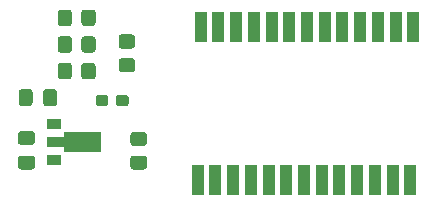
<source format=gbp>
G04 #@! TF.GenerationSoftware,KiCad,Pcbnew,(5.1.10)-1*
G04 #@! TF.CreationDate,2022-05-27T15:53:32+02:00*
G04 #@! TF.ProjectId,USB_RemoteControl_schematic,5553425f-5265-46d6-9f74-65436f6e7472,1*
G04 #@! TF.SameCoordinates,Original*
G04 #@! TF.FileFunction,Paste,Bot*
G04 #@! TF.FilePolarity,Positive*
%FSLAX46Y46*%
G04 Gerber Fmt 4.6, Leading zero omitted, Abs format (unit mm)*
G04 Created by KiCad (PCBNEW (5.1.10)-1) date 2022-05-27 15:53:32*
%MOMM*%
%LPD*%
G01*
G04 APERTURE LIST*
%ADD10R,1.000000X2.524000*%
%ADD11C,0.152400*%
%ADD12R,1.300000X0.900000*%
G04 APERTURE END LIST*
D10*
X142000000Y-131500000D03*
X140500000Y-131500000D03*
X139000000Y-131500000D03*
X136000000Y-131500000D03*
X137500000Y-131500000D03*
X134500000Y-131500000D03*
X131500000Y-131500000D03*
X127000000Y-131500000D03*
X125500000Y-131500000D03*
X133000000Y-131500000D03*
X128500000Y-131500000D03*
X130000000Y-131500000D03*
X124000000Y-131500000D03*
X130250000Y-118500000D03*
X128750000Y-118500000D03*
X133250000Y-118500000D03*
X125750000Y-118500000D03*
X127250000Y-118500000D03*
X131750000Y-118500000D03*
X134750000Y-118500000D03*
X137750000Y-118500000D03*
X136250000Y-118500000D03*
X140750000Y-118500000D03*
X139250000Y-118500000D03*
X142250000Y-118500000D03*
X124250000Y-118500000D03*
D11*
G36*
X115800000Y-129116500D02*
G01*
X112675000Y-129116500D01*
X112675000Y-128700000D01*
X111200000Y-128700000D01*
X111200000Y-127800000D01*
X112675000Y-127800000D01*
X112675000Y-127383500D01*
X115800000Y-127383500D01*
X115800000Y-129116500D01*
G37*
D12*
X111850000Y-126750000D03*
X111850000Y-129750000D03*
G36*
G01*
X117075000Y-124987500D02*
X117075000Y-124512500D01*
G75*
G02*
X117312500Y-124275000I237500J0D01*
G01*
X117912500Y-124275000D01*
G75*
G02*
X118150000Y-124512500I0J-237500D01*
G01*
X118150000Y-124987500D01*
G75*
G02*
X117912500Y-125225000I-237500J0D01*
G01*
X117312500Y-125225000D01*
G75*
G02*
X117075000Y-124987500I0J237500D01*
G01*
G37*
G36*
G01*
X115350000Y-124987500D02*
X115350000Y-124512500D01*
G75*
G02*
X115587500Y-124275000I237500J0D01*
G01*
X116187500Y-124275000D01*
G75*
G02*
X116425000Y-124512500I0J-237500D01*
G01*
X116425000Y-124987500D01*
G75*
G02*
X116187500Y-125225000I-237500J0D01*
G01*
X115587500Y-125225000D01*
G75*
G02*
X115350000Y-124987500I0J237500D01*
G01*
G37*
G36*
G01*
X114150000Y-118200001D02*
X114150000Y-117299999D01*
G75*
G02*
X114399999Y-117050000I249999J0D01*
G01*
X115100001Y-117050000D01*
G75*
G02*
X115350000Y-117299999I0J-249999D01*
G01*
X115350000Y-118200001D01*
G75*
G02*
X115100001Y-118450000I-249999J0D01*
G01*
X114399999Y-118450000D01*
G75*
G02*
X114150000Y-118200001I0J249999D01*
G01*
G37*
G36*
G01*
X112150000Y-118200001D02*
X112150000Y-117299999D01*
G75*
G02*
X112399999Y-117050000I249999J0D01*
G01*
X113100001Y-117050000D01*
G75*
G02*
X113350000Y-117299999I0J-249999D01*
G01*
X113350000Y-118200001D01*
G75*
G02*
X113100001Y-118450000I-249999J0D01*
G01*
X112399999Y-118450000D01*
G75*
G02*
X112150000Y-118200001I0J249999D01*
G01*
G37*
G36*
G01*
X118450001Y-120350000D02*
X117549999Y-120350000D01*
G75*
G02*
X117300000Y-120100001I0J249999D01*
G01*
X117300000Y-119399999D01*
G75*
G02*
X117549999Y-119150000I249999J0D01*
G01*
X118450001Y-119150000D01*
G75*
G02*
X118700000Y-119399999I0J-249999D01*
G01*
X118700000Y-120100001D01*
G75*
G02*
X118450001Y-120350000I-249999J0D01*
G01*
G37*
G36*
G01*
X118450001Y-122350000D02*
X117549999Y-122350000D01*
G75*
G02*
X117300000Y-122100001I0J249999D01*
G01*
X117300000Y-121399999D01*
G75*
G02*
X117549999Y-121150000I249999J0D01*
G01*
X118450001Y-121150000D01*
G75*
G02*
X118700000Y-121399999I0J-249999D01*
G01*
X118700000Y-122100001D01*
G75*
G02*
X118450001Y-122350000I-249999J0D01*
G01*
G37*
G36*
G01*
X119450001Y-128600000D02*
X118549999Y-128600000D01*
G75*
G02*
X118300000Y-128350001I0J249999D01*
G01*
X118300000Y-127649999D01*
G75*
G02*
X118549999Y-127400000I249999J0D01*
G01*
X119450001Y-127400000D01*
G75*
G02*
X119700000Y-127649999I0J-249999D01*
G01*
X119700000Y-128350001D01*
G75*
G02*
X119450001Y-128600000I-249999J0D01*
G01*
G37*
G36*
G01*
X119450001Y-130600000D02*
X118549999Y-130600000D01*
G75*
G02*
X118300000Y-130350001I0J249999D01*
G01*
X118300000Y-129649999D01*
G75*
G02*
X118549999Y-129400000I249999J0D01*
G01*
X119450001Y-129400000D01*
G75*
G02*
X119700000Y-129649999I0J-249999D01*
G01*
X119700000Y-130350001D01*
G75*
G02*
X119450001Y-130600000I-249999J0D01*
G01*
G37*
G36*
G01*
X113350000Y-121800000D02*
X113350000Y-122700002D01*
G75*
G02*
X113100001Y-122950001I-249999J0D01*
G01*
X112399999Y-122950001D01*
G75*
G02*
X112150000Y-122700002I0J249999D01*
G01*
X112150000Y-121800000D01*
G75*
G02*
X112399999Y-121550001I249999J0D01*
G01*
X113100001Y-121550001D01*
G75*
G02*
X113350000Y-121800000I0J-249999D01*
G01*
G37*
G36*
G01*
X115350000Y-121800000D02*
X115350000Y-122700002D01*
G75*
G02*
X115100001Y-122950001I-249999J0D01*
G01*
X114399999Y-122950001D01*
G75*
G02*
X114150000Y-122700002I0J249999D01*
G01*
X114150000Y-121800000D01*
G75*
G02*
X114399999Y-121550001I249999J0D01*
G01*
X115100001Y-121550001D01*
G75*
G02*
X115350000Y-121800000I0J-249999D01*
G01*
G37*
G36*
G01*
X113350000Y-119549999D02*
X113350000Y-120450001D01*
G75*
G02*
X113100001Y-120700000I-249999J0D01*
G01*
X112399999Y-120700000D01*
G75*
G02*
X112150000Y-120450001I0J249999D01*
G01*
X112150000Y-119549999D01*
G75*
G02*
X112399999Y-119300000I249999J0D01*
G01*
X113100001Y-119300000D01*
G75*
G02*
X113350000Y-119549999I0J-249999D01*
G01*
G37*
G36*
G01*
X115350000Y-119549999D02*
X115350000Y-120450001D01*
G75*
G02*
X115100001Y-120700000I-249999J0D01*
G01*
X114399999Y-120700000D01*
G75*
G02*
X114150000Y-120450001I0J249999D01*
G01*
X114150000Y-119549999D01*
G75*
G02*
X114399999Y-119300000I249999J0D01*
G01*
X115100001Y-119300000D01*
G75*
G02*
X115350000Y-119549999I0J-249999D01*
G01*
G37*
G36*
G01*
X110012500Y-124025000D02*
X110012500Y-124975000D01*
G75*
G02*
X109762500Y-125225000I-250000J0D01*
G01*
X109087500Y-125225000D01*
G75*
G02*
X108837500Y-124975000I0J250000D01*
G01*
X108837500Y-124025000D01*
G75*
G02*
X109087500Y-123775000I250000J0D01*
G01*
X109762500Y-123775000D01*
G75*
G02*
X110012500Y-124025000I0J-250000D01*
G01*
G37*
G36*
G01*
X112087500Y-124025000D02*
X112087500Y-124975000D01*
G75*
G02*
X111837500Y-125225000I-250000J0D01*
G01*
X111162500Y-125225000D01*
G75*
G02*
X110912500Y-124975000I0J250000D01*
G01*
X110912500Y-124025000D01*
G75*
G02*
X111162500Y-123775000I250000J0D01*
G01*
X111837500Y-123775000D01*
G75*
G02*
X112087500Y-124025000I0J-250000D01*
G01*
G37*
G36*
G01*
X109025000Y-129412500D02*
X109975000Y-129412500D01*
G75*
G02*
X110225000Y-129662500I0J-250000D01*
G01*
X110225000Y-130337500D01*
G75*
G02*
X109975000Y-130587500I-250000J0D01*
G01*
X109025000Y-130587500D01*
G75*
G02*
X108775000Y-130337500I0J250000D01*
G01*
X108775000Y-129662500D01*
G75*
G02*
X109025000Y-129412500I250000J0D01*
G01*
G37*
G36*
G01*
X109025000Y-127337500D02*
X109975000Y-127337500D01*
G75*
G02*
X110225000Y-127587500I0J-250000D01*
G01*
X110225000Y-128262500D01*
G75*
G02*
X109975000Y-128512500I-250000J0D01*
G01*
X109025000Y-128512500D01*
G75*
G02*
X108775000Y-128262500I0J250000D01*
G01*
X108775000Y-127587500D01*
G75*
G02*
X109025000Y-127337500I250000J0D01*
G01*
G37*
M02*

</source>
